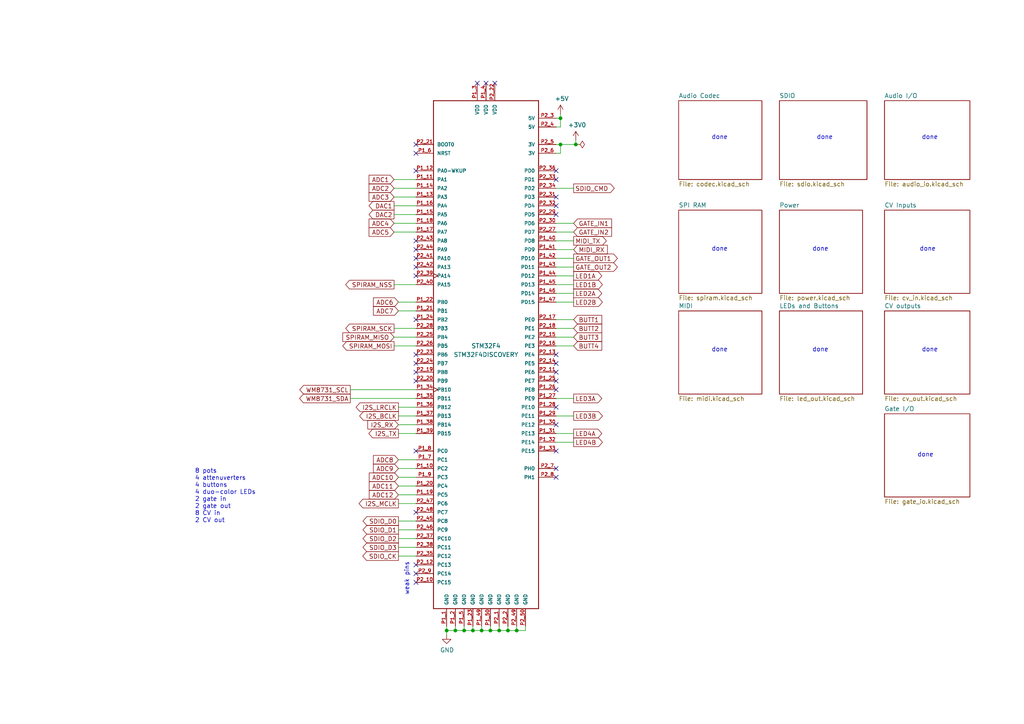
<source format=kicad_sch>
(kicad_sch (version 20211123) (generator eeschema)
  (paper "A4")
  (lib_symbols
    (symbol "STM32F4DISCOVERY:STM32F4DISCOVERY" (pin_names (offset 1.016))
      (property "Reference" "TB" (at -15.24 74.168 0))
      (property "Value" "STM32F4DISCOVERY" (at 0 0 0))
      (symbol "STM32F4DISCOVERY_0_0"
        (polyline (pts (xy -15.24 -73.66) (xy -15.24 73.66)) (stroke (width 0.254)))
        (polyline (pts (xy -15.24 73.66) (xy 15.24 73.66)) (stroke (width 0.254)))
        (polyline (pts (xy 15.24 -73.66) (xy -15.24 -73.66)) (stroke (width 0.254)))
        (polyline (pts (xy 15.24 73.66) (xy 15.24 -73.66)) (stroke (width 0.254)))
        (pin power_in line (at -11.43 -78.74 90) (length 5.08) (name "GND") (number "P1_1"))
        (pin bidirectional line (at -20.32 -33.02 0) (length 5.08) (name "PC2") (number "P1_10"))
        (pin bidirectional line (at -20.32 50.8 0) (length 5.08) (name "PA1") (number "P1_11"))
        (pin bidirectional line (at -20.32 53.34 0) (length 5.08) (name "PA0-WKUP") (number "P1_12"))
        (pin bidirectional line (at -20.32 45.72 0) (length 5.08) (name "PA3") (number "P1_13"))
        (pin bidirectional line (at -20.32 48.26 0) (length 5.08) (name "PA2") (number "P1_14"))
        (pin bidirectional line (at -20.32 40.64 0) (length 5.08) (name "PA5") (number "P1_15"))
        (pin bidirectional line (at -20.32 43.18 0) (length 5.08) (name "PA4") (number "P1_16"))
        (pin bidirectional line (at -20.32 35.56 0) (length 5.08) (name "PA7") (number "P1_17"))
        (pin bidirectional line (at -20.32 38.1 0) (length 5.08) (name "PA6") (number "P1_18"))
        (pin bidirectional line (at -20.32 -40.64 0) (length 5.08) (name "PC5") (number "P1_19"))
        (pin power_in line (at -8.89 -78.74 90) (length 5.08) (name "GND") (number "P1_2"))
        (pin bidirectional line (at -20.32 -38.1 0) (length 5.08) (name "PC4") (number "P1_20"))
        (pin bidirectional line (at -20.32 12.7 0) (length 5.08) (name "PB1") (number "P1_21"))
        (pin bidirectional line (at -20.32 15.24 0) (length 5.08) (name "PB0") (number "P1_22"))
        (pin power_in line (at -3.81 -78.74 90) (length 5.08) (name "GND") (number "P1_23"))
        (pin bidirectional line (at -20.32 10.16 0) (length 5.08) (name "PB2") (number "P1_24"))
        (pin bidirectional line (at 20.32 -7.62 180) (length 5.08) (name "PE7") (number "P1_25"))
        (pin bidirectional line (at 20.32 -10.16 180) (length 5.08) (name "PE8") (number "P1_26"))
        (pin bidirectional line (at 20.32 -12.7 180) (length 5.08) (name "PE9") (number "P1_27"))
        (pin bidirectional line (at 20.32 -15.24 180) (length 5.08) (name "PE10") (number "P1_28"))
        (pin bidirectional line (at 20.32 -17.78 180) (length 5.08) (name "PE11") (number "P1_29"))
        (pin power_in line (at -2.54 78.74 270) (length 5.08) (name "VDD") (number "P1_3"))
        (pin bidirectional line (at 20.32 -20.32 180) (length 5.08) (name "PE12") (number "P1_30"))
        (pin bidirectional line (at 20.32 -22.86 180) (length 5.08) (name "PE13") (number "P1_31"))
        (pin bidirectional line (at 20.32 -25.4 180) (length 5.08) (name "PE14") (number "P1_32"))
        (pin bidirectional line (at 20.32 -27.94 180) (length 5.08) (name "PE15") (number "P1_33"))
        (pin bidirectional clock (at -20.32 -10.16 0) (length 5.08) (name "PB10") (number "P1_34"))
        (pin bidirectional line (at -20.32 -12.7 0) (length 5.08) (name "PB11") (number "P1_35"))
        (pin bidirectional line (at -20.32 -15.24 0) (length 5.08) (name "PB12") (number "P1_36"))
        (pin bidirectional line (at -20.32 -17.78 0) (length 5.08) (name "PB13") (number "P1_37"))
        (pin bidirectional line (at -20.32 -20.32 0) (length 5.08) (name "PB14") (number "P1_38"))
        (pin bidirectional line (at -20.32 -22.86 0) (length 5.08) (name "PB15") (number "P1_39"))
        (pin power_in line (at 0 78.74 270) (length 5.08) (name "VDD") (number "P1_4"))
        (pin bidirectional line (at 20.32 33.02 180) (length 5.08) (name "PD8") (number "P1_40"))
        (pin bidirectional line (at 20.32 30.48 180) (length 5.08) (name "PD9") (number "P1_41"))
        (pin bidirectional line (at 20.32 27.94 180) (length 5.08) (name "PD10") (number "P1_42"))
        (pin bidirectional line (at 20.32 25.4 180) (length 5.08) (name "PD11") (number "P1_43"))
        (pin bidirectional line (at 20.32 22.86 180) (length 5.08) (name "PD12") (number "P1_44"))
        (pin bidirectional line (at 20.32 20.32 180) (length 5.08) (name "PD13") (number "P1_45"))
        (pin bidirectional line (at 20.32 17.78 180) (length 5.08) (name "PD14") (number "P1_46"))
        (pin bidirectional line (at 20.32 15.24 180) (length 5.08) (name "PD15") (number "P1_47"))
        (pin power_in line (at -1.27 -78.74 90) (length 5.08) (name "GND") (number "P1_49"))
        (pin power_in line (at -6.35 -78.74 90) (length 5.08) (name "GND") (number "P1_5"))
        (pin power_in line (at 1.27 -78.74 90) (length 5.08) (name "GND") (number "P1_50"))
        (pin input line (at -20.32 58.42 0) (length 5.08) (name "NRST") (number "P1_6"))
        (pin bidirectional line (at -20.32 -30.48 0) (length 5.08) (name "PC1") (number "P1_7"))
        (pin bidirectional line (at -20.32 -27.94 0) (length 5.08) (name "PC0") (number "P1_8"))
        (pin bidirectional line (at -20.32 -35.56 0) (length 5.08) (name "PC3") (number "P1_9"))
        (pin power_in line (at 3.81 -78.74 90) (length 5.08) (name "GND") (number "P2_1"))
        (pin bidirectional line (at -20.32 -66.04 0) (length 5.08) (name "PC15") (number "P2_10"))
        (pin bidirectional line (at 20.32 -5.08 180) (length 5.08) (name "PE6") (number "P2_11"))
        (pin bidirectional line (at -20.32 -60.96 0) (length 5.08) (name "PC13") (number "P2_12"))
        (pin bidirectional line (at 20.32 0 180) (length 5.08) (name "PE4") (number "P2_13"))
        (pin bidirectional line (at 20.32 -2.54 180) (length 5.08) (name "PE5") (number "P2_14"))
        (pin bidirectional line (at 20.32 5.08 180) (length 5.08) (name "PE2") (number "P2_15"))
        (pin bidirectional line (at 20.32 2.54 180) (length 5.08) (name "PE3") (number "P2_16"))
        (pin bidirectional line (at 20.32 10.16 180) (length 5.08) (name "PE0") (number "P2_17"))
        (pin bidirectional line (at 20.32 7.62 180) (length 5.08) (name "PE1") (number "P2_18"))
        (pin bidirectional line (at -20.32 -5.08 0) (length 5.08) (name "PB8") (number "P2_19"))
        (pin power_in line (at 6.35 -78.74 90) (length 5.08) (name "GND") (number "P2_2"))
        (pin bidirectional line (at -20.32 -7.62 0) (length 5.08) (name "PB9") (number "P2_20"))
        (pin input line (at -20.32 60.96 0) (length 5.08) (name "BOOT0") (number "P2_21"))
        (pin power_in line (at 2.54 78.74 270) (length 5.08) (name "VDD") (number "P2_22"))
        (pin bidirectional line (at -20.32 0 0) (length 5.08) (name "PB6") (number "P2_23"))
        (pin bidirectional line (at -20.32 -2.54 0) (length 5.08) (name "PB7") (number "P2_24"))
        (pin bidirectional line (at -20.32 5.08 0) (length 5.08) (name "PB4") (number "P2_25"))
        (pin bidirectional line (at -20.32 2.54 0) (length 5.08) (name "PB5") (number "P2_26"))
        (pin bidirectional line (at 20.32 35.56 180) (length 5.08) (name "PD7") (number "P2_27"))
        (pin bidirectional line (at -20.32 7.62 0) (length 5.08) (name "PB3") (number "P2_28"))
        (pin bidirectional line (at 20.32 40.64 180) (length 5.08) (name "PD5") (number "P2_29"))
        (pin power_in line (at 20.32 68.58 180) (length 5.08) (name "5V") (number "P2_3"))
        (pin bidirectional line (at 20.32 38.1 180) (length 5.08) (name "PD6") (number "P2_30"))
        (pin bidirectional line (at 20.32 45.72 180) (length 5.08) (name "PD3") (number "P2_31"))
        (pin bidirectional line (at 20.32 43.18 180) (length 5.08) (name "PD4") (number "P2_32"))
        (pin bidirectional line (at 20.32 50.8 180) (length 5.08) (name "PD1") (number "P2_33"))
        (pin bidirectional line (at 20.32 48.26 180) (length 5.08) (name "PD2") (number "P2_34"))
        (pin bidirectional line (at -20.32 -58.42 0) (length 5.08) (name "PC12") (number "P2_35"))
        (pin bidirectional line (at 20.32 53.34 180) (length 5.08) (name "PD0") (number "P2_36"))
        (pin bidirectional line (at -20.32 -53.34 0) (length 5.08) (name "PC10") (number "P2_37"))
        (pin bidirectional line (at -20.32 -55.88 0) (length 5.08) (name "PC11") (number "P2_38"))
        (pin bidirectional clock (at -20.32 22.86 0) (length 5.08) (name "PA14") (number "P2_39"))
        (pin power_in line (at 20.32 66.04 180) (length 5.08) (name "5V") (number "P2_4"))
        (pin bidirectional line (at -20.32 20.32 0) (length 5.08) (name "PA15") (number "P2_40"))
        (pin bidirectional line (at -20.32 27.94 0) (length 5.08) (name "PA10") (number "P2_41"))
        (pin bidirectional line (at -20.32 25.4 0) (length 5.08) (name "PA13") (number "P2_42"))
        (pin bidirectional line (at -20.32 33.02 0) (length 5.08) (name "PA8") (number "P2_43"))
        (pin bidirectional line (at -20.32 30.48 0) (length 5.08) (name "PA9") (number "P2_44"))
        (pin bidirectional line (at -20.32 -48.26 0) (length 5.08) (name "PC8") (number "P2_45"))
        (pin bidirectional line (at -20.32 -50.8 0) (length 5.08) (name "PC9") (number "P2_46"))
        (pin bidirectional line (at -20.32 -43.18 0) (length 5.08) (name "PC6") (number "P2_47"))
        (pin bidirectional line (at -20.32 -45.72 0) (length 5.08) (name "PC7") (number "P2_48"))
        (pin power_in line (at 8.89 -78.74 90) (length 5.08) (name "GND") (number "P2_49"))
        (pin power_in line (at 20.32 60.96 180) (length 5.08) (name "3V") (number "P2_5"))
        (pin power_in line (at 11.43 -78.74 90) (length 5.08) (name "GND") (number "P2_50"))
        (pin power_in line (at 20.32 58.42 180) (length 5.08) (name "3V") (number "P2_6"))
        (pin bidirectional line (at 20.32 -33.02 180) (length 5.08) (name "PH0") (number "P2_7"))
        (pin bidirectional line (at 20.32 -35.56 180) (length 5.08) (name "PH1") (number "P2_8"))
        (pin bidirectional line (at -20.32 -63.5 0) (length 5.08) (name "PC14") (number "P2_9"))
      )
      (symbol "STM32F4DISCOVERY_1_1"
        (pin no_connect line (at 17.78 -40.64 180) (length 2.54) hide (name "NC") (number "P1_48"))
      )
    )
    (symbol "power:+3V0" (power) (pin_names (offset 0))
      (property "Value" "+3V0" (at 0 3.556 0))
      (symbol "+3V0_0_1"
        (polyline (pts (xy -0.762 1.27) (xy 0 2.54)))
        (polyline (pts (xy 0 0) (xy 0 2.54)))
        (polyline (pts (xy 0 2.54) (xy 0.762 1.27)))
      )
      (symbol "+3V0_1_1"
        (pin power_in line (at 0 0 90) (length 0) hide (name "+3V0") (number "1"))
      )
    )
    (symbol "power:+5V" (power) (pin_names (offset 0))
      (property "Value" "+5V" (at 0 3.556 0))
      (symbol "+5V_0_1"
        (polyline (pts (xy -0.762 1.27) (xy 0 2.54)))
        (polyline (pts (xy 0 0) (xy 0 2.54)))
        (polyline (pts (xy 0 2.54) (xy 0.762 1.27)))
      )
      (symbol "+5V_1_1"
        (pin power_in line (at 0 0 90) (length 0) hide (name "+5V") (number "1"))
      )
    )
    (symbol "power:GND" (power) (pin_names (offset 0))
      (property "Value" "GND" (at 0 -3.81 0))
      (symbol "GND_0_1"
        (polyline (pts (xy 0 0) (xy 0 -1.27) (xy 1.27 -1.27) (xy 0 -2.54) (xy -1.27 -1.27) (xy 0 -1.27)))
      )
      (symbol "GND_1_1"
        (pin power_in line (at 0 0 270) (length 0) hide (name "GND") (number "1"))
      )
    )
    (symbol "power:PWR_FLAG" (power) (pin_numbers hide) (pin_names (offset 0) hide)
      (property "Value" "PWR_FLAG" (at 0 3.81 0))
      (symbol "PWR_FLAG_0_0"
        (pin power_out line (at 0 0 90) (length 0) (name "pwr") (number "1"))
      )
      (symbol "PWR_FLAG_0_1"
        (polyline (pts (xy 0 0) (xy 0 1.27) (xy -1.016 1.905) (xy 0 2.54) (xy 1.016 1.905) (xy 0 1.27)))
      )
    )
  )
  (junction (at 144.78 182.88))
  (junction (at 162.56 34.29))
  (junction (at 129.54 182.88))
  (junction (at 134.62 182.88))
  (junction (at 162.56 41.91))
  (junction (at 149.86 182.88))
  (junction (at 142.24 182.88))
  (junction (at 132.08 182.88))
  (junction (at 147.32 182.88))
  (junction (at 139.7 182.88))
  (junction (at 137.16 182.88))
  (junction (at 167.005 41.91))
  (no_connect (at 120.65 107.95))
  (no_connect (at 120.65 102.87))
  (no_connect (at 161.29 102.87))
  (no_connect (at 161.29 138.43))
  (no_connect (at 143.51 24.13))
  (no_connect (at 161.29 49.53))
  (no_connect (at 161.29 57.15))
  (no_connect (at 161.29 52.07))
  (no_connect (at 120.65 148.59))
  (no_connect (at 120.65 168.91))
  (no_connect (at 161.29 62.23))
  (no_connect (at 161.29 123.19))
  (no_connect (at 161.29 110.49))
  (no_connect (at 161.29 113.03))
  (no_connect (at 120.65 41.91))
  (no_connect (at 120.65 80.01))
  (no_connect (at 161.29 130.81))
  (no_connect (at 161.29 105.41))
  (no_connect (at 138.43 24.13))
  (no_connect (at 120.65 92.71))
  (no_connect (at 120.65 74.93))
  (no_connect (at 120.65 69.85))
  (no_connect (at 120.65 110.49))
  (no_connect (at 120.65 77.47))
  (no_connect (at 161.29 135.89))
  (no_connect (at 120.65 166.37))
  (no_connect (at 120.65 130.81))
  (no_connect (at 120.65 72.39))
  (no_connect (at 161.29 107.95))
  (no_connect (at 120.65 49.53))
  (no_connect (at 161.29 59.69))
  (no_connect (at 161.29 118.11))
  (no_connect (at 120.65 44.45))
  (no_connect (at 120.65 105.41))
  (no_connect (at 120.65 163.83))
  (no_connect (at 140.97 24.13))
  (wire (pts (xy 115.57 156.21) (xy 120.65 156.21)))
  (wire (pts (xy 115.57 125.73) (xy 120.65 125.73)))
  (wire (pts (xy 162.56 41.91) (xy 167.005 41.91)))
  (wire (pts (xy 149.86 182.88) (xy 147.32 182.88)))
  (wire (pts (xy 161.29 77.47) (xy 166.37 77.47)))
  (wire (pts (xy 144.78 182.88) (xy 144.78 181.61)))
  (wire (pts (xy 147.32 181.61) (xy 147.32 182.88)))
  (wire (pts (xy 149.86 182.88) (xy 149.86 181.61)))
  (wire (pts (xy 161.29 128.27) (xy 166.37 128.27)))
  (wire (pts (xy 166.37 100.33) (xy 161.29 100.33)))
  (wire (pts (xy 166.37 97.79) (xy 161.29 97.79)))
  (wire (pts (xy 129.54 184.15) (xy 129.54 182.88)))
  (wire (pts (xy 166.37 115.57) (xy 161.29 115.57)))
  (wire (pts (xy 161.29 41.91) (xy 162.56 41.91)))
  (wire (pts (xy 120.65 135.89) (xy 115.57 135.89)))
  (wire (pts (xy 162.56 36.83) (xy 161.29 36.83)))
  (wire (pts (xy 115.57 87.63) (xy 120.65 87.63)))
  (wire (pts (xy 120.65 67.31) (xy 114.3 67.31)))
  (wire (pts (xy 114.3 95.25) (xy 120.65 95.25)))
  (wire (pts (xy 115.57 138.43) (xy 120.65 138.43)))
  (wire (pts (xy 120.65 90.17) (xy 115.57 90.17)))
  (wire (pts (xy 166.37 74.93) (xy 161.29 74.93)))
  (wire (pts (xy 162.56 33.02) (xy 162.56 34.29)))
  (wire (pts (xy 139.7 182.88) (xy 139.7 181.61)))
  (wire (pts (xy 162.56 34.29) (xy 161.29 34.29)))
  (wire (pts (xy 161.29 92.71) (xy 166.37 92.71)))
  (wire (pts (xy 152.4 182.88) (xy 149.86 182.88)))
  (wire (pts (xy 166.37 67.31) (xy 161.29 67.31)))
  (wire (pts (xy 161.29 64.77) (xy 166.37 64.77)))
  (wire (pts (xy 147.32 182.88) (xy 144.78 182.88)))
  (wire (pts (xy 101.6 115.57) (xy 120.65 115.57)))
  (wire (pts (xy 114.3 52.07) (xy 120.65 52.07)))
  (wire (pts (xy 115.57 146.05) (xy 120.65 146.05)))
  (wire (pts (xy 114.3 57.15) (xy 120.65 57.15)))
  (wire (pts (xy 162.56 44.45) (xy 162.56 41.91)))
  (wire (pts (xy 134.62 182.88) (xy 134.62 181.61)))
  (wire (pts (xy 152.4 181.61) (xy 152.4 182.88)))
  (wire (pts (xy 115.57 140.97) (xy 120.65 140.97)))
  (wire (pts (xy 166.37 85.09) (xy 161.29 85.09)))
  (wire (pts (xy 115.57 153.67) (xy 120.65 153.67)))
  (wire (pts (xy 167.005 40.64) (xy 167.005 41.91)))
  (wire (pts (xy 132.08 182.88) (xy 134.62 182.88)))
  (wire (pts (xy 101.6 113.03) (xy 120.65 113.03)))
  (wire (pts (xy 115.57 143.51) (xy 120.65 143.51)))
  (wire (pts (xy 115.57 133.35) (xy 120.65 133.35)))
  (wire (pts (xy 166.37 54.61) (xy 161.29 54.61)))
  (wire (pts (xy 161.29 120.65) (xy 166.37 120.65)))
  (wire (pts (xy 114.3 82.55) (xy 120.65 82.55)))
  (wire (pts (xy 161.29 87.63) (xy 166.37 87.63)))
  (wire (pts (xy 166.37 80.01) (xy 161.29 80.01)))
  (wire (pts (xy 162.56 34.29) (xy 162.56 36.83)))
  (wire (pts (xy 115.57 151.13) (xy 120.65 151.13)))
  (wire (pts (xy 161.29 44.45) (xy 162.56 44.45)))
  (wire (pts (xy 161.29 95.25) (xy 166.37 95.25)))
  (wire (pts (xy 132.08 181.61) (xy 132.08 182.88)))
  (wire (pts (xy 137.16 181.61) (xy 137.16 182.88)))
  (wire (pts (xy 129.54 181.61) (xy 129.54 182.88)))
  (wire (pts (xy 114.3 100.33) (xy 120.65 100.33)))
  (wire (pts (xy 120.65 97.79) (xy 114.3 97.79)))
  (wire (pts (xy 115.57 161.29) (xy 120.65 161.29)))
  (wire (pts (xy 142.24 181.61) (xy 142.24 182.88)))
  (wire (pts (xy 114.3 64.77) (xy 120.65 64.77)))
  (wire (pts (xy 139.7 182.88) (xy 142.24 182.88)))
  (wire (pts (xy 115.57 118.11) (xy 120.65 118.11)))
  (wire (pts (xy 144.78 182.88) (xy 142.24 182.88)))
  (wire (pts (xy 161.29 82.55) (xy 166.37 82.55)))
  (wire (pts (xy 120.65 54.61) (xy 114.3 54.61)))
  (wire (pts (xy 166.37 125.73) (xy 161.29 125.73)))
  (wire (pts (xy 115.57 158.75) (xy 120.65 158.75)))
  (wire (pts (xy 115.57 120.65) (xy 120.65 120.65)))
  (wire (pts (xy 114.3 59.69) (xy 120.65 59.69)))
  (wire (pts (xy 166.37 69.85) (xy 161.29 69.85)))
  (wire (pts (xy 137.16 182.88) (xy 139.7 182.88)))
  (wire (pts (xy 166.37 72.39) (xy 161.29 72.39)))
  (wire (pts (xy 115.57 123.19) (xy 120.65 123.19)))
  (wire (pts (xy 120.65 62.23) (xy 114.3 62.23)))
  (wire (pts (xy 129.54 182.88) (xy 132.08 182.88)))
  (wire (pts (xy 134.62 182.88) (xy 137.16 182.88)))
  (text "done" (at 267.335 40.64 0) (effects (font (size 1.27 1.27)) (justify left bottom)))
  (text "done" (at 206.375 102.235 0) (effects (font (size 1.27 1.27)) (justify left bottom)))
  (text "done" (at 206.375 73.025 0) (effects (font (size 1.27 1.27)) (justify left bottom)))
  (text "done" (at 266.7 73.025 0) (effects (font (size 1.27 1.27)) (justify left bottom)))
  (text "done" (at 206.375 40.64 0) (effects (font (size 1.27 1.27)) (justify left bottom)))
  (text "done" (at 236.855 40.64 0) (effects (font (size 1.27 1.27)) (justify left bottom)))
  (text "weak pins" (at 118.745 172.72 90) (effects (font (size 1.27 1.27)) (justify left bottom)))
  (text "done" (at 267.335 102.235 0) (effects (font (size 1.27 1.27)) (justify left bottom)))
  (text "done" (at 235.585 102.235 0) (effects (font (size 1.27 1.27)) (justify left bottom)))
  (text "done" (at 235.585 73.025 0) (effects (font (size 1.27 1.27)) (justify left bottom)))
  (text "8 pots\n4 attenuverters\n4 buttons\n4 duo-color LEDs\n2 gate in\n2 gate out\n8 CV in\n2 CV out" (at 56.515 151.765 0) (effects (font (size 1.27 1.27)) (justify left bottom)))
  (text "done" (at 266.065 132.715 0) (effects (font (size 1.27 1.27)) (justify left bottom)))
  (global_label "BUTT3" (shape input) (at 166.37 97.79 0) (property "Intersheet References" "${INTERSHEET_REFS}" (effects hide)))
  (global_label "I2S_TX" (shape output) (at 115.57 125.73 180) (property "Intersheet References" "${INTERSHEET_REFS}" (effects hide)))
  (global_label "LED2B" (shape output) (at 166.37 87.63 0) (property "Intersheet References" "${INTERSHEET_REFS}" (effects hide)))
  (global_label "I2S_RX" (shape input) (at 115.57 123.19 180) (property "Intersheet References" "${INTERSHEET_REFS}" (effects hide)))
  (global_label "MIDI_TX" (shape output) (at 166.37 69.85 0) (property "Intersheet References" "${INTERSHEET_REFS}" (effects hide)))
  (global_label "LED3B" (shape output) (at 166.37 120.65 0) (property "Intersheet References" "${INTERSHEET_REFS}" (effects hide)))
  (global_label "SDIO_CMD" (shape output) (at 166.37 54.61 0) (property "Intersheet References" "${INTERSHEET_REFS}" (effects hide)))
  (global_label "LED3A" (shape output) (at 166.37 115.57 0) (property "Intersheet References" "${INTERSHEET_REFS}" (effects hide)))
  (global_label "MIDI_RX" (shape input) (at 166.37 72.39 0) (property "Intersheet References" "${INTERSHEET_REFS}" (effects hide)))
  (global_label "GATE_OUT2" (shape output) (at 166.37 77.47 0) (property "Intersheet References" "${INTERSHEET_REFS}" (effects hide)))
  (global_label "SPIRAM_MOSI" (shape output) (at 114.3 100.33 180) (property "Intersheet References" "${INTERSHEET_REFS}" (effects hide)))
  (global_label "ADC11" (shape input) (at 115.57 140.97 180) (property "Intersheet References" "${INTERSHEET_REFS}" (effects hide)))
  (global_label "DAC1" (shape output) (at 114.3 59.69 180) (property "Intersheet References" "${INTERSHEET_REFS}" (effects hide)))
  (global_label "ADC4" (shape input) (at 114.3 64.77 180) (property "Intersheet References" "${INTERSHEET_REFS}" (effects hide)))
  (global_label "ADC10" (shape input) (at 115.57 138.43 180) (property "Intersheet References" "${INTERSHEET_REFS}" (effects hide)))
  (global_label "ADC9" (shape input) (at 115.57 135.89 180) (property "Intersheet References" "${INTERSHEET_REFS}" (effects hide)))
  (global_label "SPIRAM_SCK" (shape output) (at 114.3 95.25 180) (property "Intersheet References" "${INTERSHEET_REFS}" (effects hide)))
  (global_label "SPIRAM_MISO" (shape input) (at 114.3 97.79 180) (property "Intersheet References" "${INTERSHEET_REFS}" (effects hide)))
  (global_label "LED4B" (shape output) (at 166.37 128.27 0) (property "Intersheet References" "${INTERSHEET_REFS}" (effects hide)))
  (global_label "ADC12" (shape input) (at 115.57 143.51 180) (property "Intersheet References" "${INTERSHEET_REFS}" (effects hide)))
  (global_label "LED1A" (shape output) (at 166.37 80.01 0) (property "Intersheet References" "${INTERSHEET_REFS}" (effects hide)))
  (global_label "SDIO_D3" (shape output) (at 115.57 158.75 180) (property "Intersheet References" "${INTERSHEET_REFS}" (effects hide)))
  (global_label "LED1B" (shape output) (at 166.37 82.55 0) (property "Intersheet References" "${INTERSHEET_REFS}" (effects hide)))
  (global_label "ADC3" (shape input) (at 114.3 57.15 180) (property "Intersheet References" "${INTERSHEET_REFS}" (effects hide)))
  (global_label "SDIO_CK" (shape output) (at 115.57 161.29 180) (property "Intersheet References" "${INTERSHEET_REFS}" (effects hide)))
  (global_label "BUTT1" (shape input) (at 166.37 92.71 0) (property "Intersheet References" "${INTERSHEET_REFS}" (effects hide)))
  (global_label "GATE_IN1" (shape input) (at 166.37 64.77 0) (property "Intersheet References" "${INTERSHEET_REFS}" (effects hide)))
  (global_label "WM8731_SDA" (shape output) (at 101.6 115.57 180) (property "Intersheet References" "${INTERSHEET_REFS}" (effects hide)))
  (global_label "ADC7" (shape input) (at 115.57 90.17 180) (property "Intersheet References" "${INTERSHEET_REFS}" (effects hide)))
  (global_label "ADC1" (shape input) (at 114.3 52.07 180) (property "Intersheet References" "${INTERSHEET_REFS}" (effects hide)))
  (global_label "ADC6" (shape input) (at 115.57 87.63 180) (property "Intersheet References" "${INTERSHEET_REFS}" (effects hide)))
  (global_label "I2S_BCLK" (shape output) (at 115.57 120.65 180) (property "Intersheet References" "${INTERSHEET_REFS}" (effects hide)))
  (global_label "I2S_LRCLK" (shape output) (at 115.57 118.11 180) (property "Intersheet References" "${INTERSHEET_REFS}" (effects hide)))
  (global_label "BUTT4" (shape input) (at 166.37 100.33 0) (property "Intersheet References" "${INTERSHEET_REFS}" (effects hide)))
  (global_label "SDIO_D0" (shape output) (at 115.57 151.13 180) (property "Intersheet References" "${INTERSHEET_REFS}" (effects hide)))
  (global_label "DAC2" (shape output) (at 114.3 62.23 180) (property "Intersheet References" "${INTERSHEET_REFS}" (effects hide)))
  (global_label "WM8731_SCL" (shape output) (at 101.6 113.03 180) (property "Intersheet References" "${INTERSHEET_REFS}" (effects hide)))
  (global_label "GATE_OUT1" (shape output) (at 166.37 74.93 0) (property "Intersheet References" "${INTERSHEET_REFS}" (effects hide)))
  (global_label "ADC8" (shape input) (at 115.57 133.35 180) (property "Intersheet References" "${INTERSHEET_REFS}" (effects hide)))
  (global_label "BUTT2" (shape input) (at 166.37 95.25 0) (property "Intersheet References" "${INTERSHEET_REFS}" (effects hide)))
  (global_label "ADC5" (shape input) (at 114.3 67.31 180) (property "Intersheet References" "${INTERSHEET_REFS}" (effects hide)))
  (global_label "SDIO_D1" (shape output) (at 115.57 153.67 180) (property "Intersheet References" "${INTERSHEET_REFS}" (effects hide)))
  (global_label "GATE_IN2" (shape input) (at 166.37 67.31 0) (property "Intersheet References" "${INTERSHEET_REFS}" (effects hide)))
  (global_label "SDIO_D2" (shape output) (at 115.57 156.21 180) (property "Intersheet References" "${INTERSHEET_REFS}" (effects hide)))
  (global_label "LED4A" (shape output) (at 166.37 125.73 0) (property "Intersheet References" "${INTERSHEET_REFS}" (effects hide)))
  (global_label "I2S_MCLK" (shape output) (at 115.57 146.05 180) (property "Intersheet References" "${INTERSHEET_REFS}" (effects hide)))
  (global_label "ADC2" (shape input) (at 114.3 54.61 180) (property "Intersheet References" "${INTERSHEET_REFS}" (effects hide)))
  (global_label "LED2A" (shape output) (at 166.37 85.09 0) (property "Intersheet References" "${INTERSHEET_REFS}" (effects hide)))
  (global_label "SPIRAM_NSS" (shape output) (at 114.3 82.55 180) (property "Intersheet References" "${INTERSHEET_REFS}" (effects hide)))
  (symbol (lib_id "power:+5V") (at 162.56 33.02 0) (unit 1)
    (property "Reference" "#PWR03" (effects hide))
    (property "Value" "+5V" (at 162.941 28.6258 0))
  )
  (symbol (lib_id "STM32F4DISCOVERY:STM32F4DISCOVERY") (at 140.97 102.87 0) (unit 1)
    (property "Reference" "STM32F4" (at 140.97 100.33 0))
    (property "Value" "STM32F4DISCOVERY" (at 140.97 102.87 0))
    (property "Footprint" "foots:STM32F4DISCOVERY" (effects hide))
    (property "Datasheet" "6" (effects hide))
    (property "Field4" "STMicroelectronics" (effects hide))
    (property "Field5" "Manufacturer Recommendations" (effects hide))
    (property "LCSC" "-" (effects hide))
  )
  (symbol (lib_id "power:GND") (at 129.54 184.15 0) (unit 1)
    (property "Reference" "#PWR02" (effects hide))
    (property "Value" "GND" (at 129.667 188.5442 0))
  )
  (symbol (lib_id "power:PWR_FLAG") (at 167.005 41.91 270) (unit 1)
    (property "Reference" "#FLG01" (effects hide))
    (property "Value" "PWR_FLAG" (effects hide))
  )
  (symbol (lib_id "power:+3V0") (at 167.005 40.64 0) (unit 1)
    (property "Reference" "#PWR04" (effects hide))
    (property "Value" "+3V0" (at 167.386 36.2458 0))
  )
  (sheet (at 226.06 29.21) (size 25.4 22.86)
    (property "Sheet name" "SDIO" (at 226.06 28.4984 0) (effects (justify left bottom)))
    (property "Sheet file" "sdio.kicad_sch" (at 226.06 52.6546 0) (effects (justify left top)))
  )
  (sheet (at 196.85 60.96) (size 24.13 24.13)
    (property "Sheet name" "SPI RAM" (at 196.85 60.2484 0) (effects (justify left bottom)))
    (property "Sheet file" "spiram.kicad_sch" (at 196.85 85.6746 0) (effects (justify left top)))
  )
  (sheet (at 226.06 60.96) (size 24.13 24.13)
    (property "Sheet name" "Power" (at 226.06 60.2484 0) (effects (justify left bottom)))
    (property "Sheet file" "power.kicad_sch" (at 226.06 85.6746 0) (effects (justify left top)))
  )
  (sheet (at 196.85 90.17) (size 24.13 24.13)
    (property "Sheet name" "MIDI" (at 196.85 89.4584 0) (effects (justify left bottom)))
    (property "Sheet file" "midi.kicad_sch" (at 196.85 114.8846 0) (effects (justify left top)))
  )
  (sheet (at 196.85 29.21) (size 24.13 22.86)
    (property "Sheet name" "Audio Codec" (at 196.85 28.4984 0) (effects (justify left bottom)))
    (property "Sheet file" "codec.kicad_sch" (at 196.85 52.6546 0) (effects (justify left top)))
  )
  (sheet (at 226.06 90.17) (size 24.13 24.13)
    (property "Sheet name" "LEDs and Buttons" (at 226.06 89.4584 0) (effects (justify left bottom)))
    (property "Sheet file" "led_out.kicad_sch" (at 226.06 114.8846 0) (effects (justify left top)))
  )
  (sheet (at 256.54 120.015) (size 24.765 24.13)
    (property "Sheet name" "Gate I/O" (at 256.54 119.3034 0) (effects (justify left bottom)))
    (property "Sheet file" "gate_io.kicad_sch" (at 256.54 144.7296 0) (effects (justify left top)))
  )
  (sheet (at 256.54 29.21) (size 24.765 22.86)
    (property "Sheet name" "Audio I/O" (at 256.54 28.4984 0) (effects (justify left bottom)))
    (property "Sheet file" "audio_io.kicad_sch" (at 256.54 52.6546 0) (effects (justify left top)))
  )
  (sheet (at 256.54 60.96) (size 24.765 24.13)
    (property "Sheet name" "CV Inputs" (at 256.54 60.2484 0) (effects (justify left bottom)))
    (property "Sheet file" "cv_in.kicad_sch" (at 256.54 85.6746 0) (effects (justify left top)))
  )
  (sheet (at 256.54 90.17) (size 24.765 24.13)
    (property "Sheet name" "CV outputs" (at 256.54 89.4584 0) (effects (justify left bottom)))
    (property "Sheet file" "cv_out.kicad_sch" (at 256.54 114.8846 0) (effects (justify left top)))
  )
)
</source>
